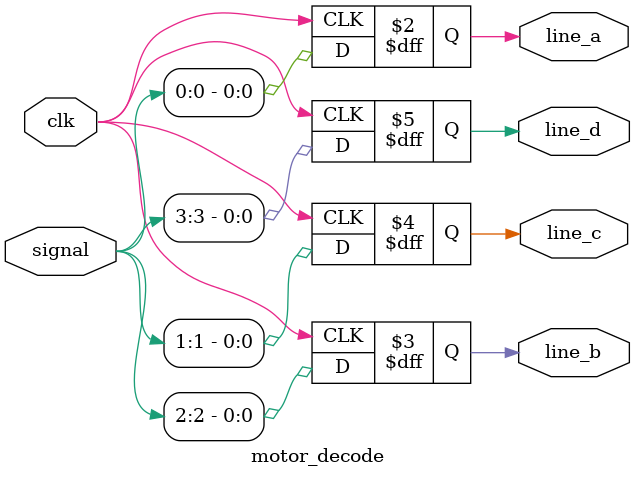
<source format=sv>

module motor_decode(input logic [3:0] signal,
					input logic clk,
					output logic line_a,
					output logic line_b,
					output logic line_c,
					output logic line_d);
					
					
	always_ff @(posedge clk) begin
		line_a <= signal[0];
		line_b <= signal[2];
		line_c <= signal[1];
		line_d <= signal[3];
	end
		
endmodule
</source>
